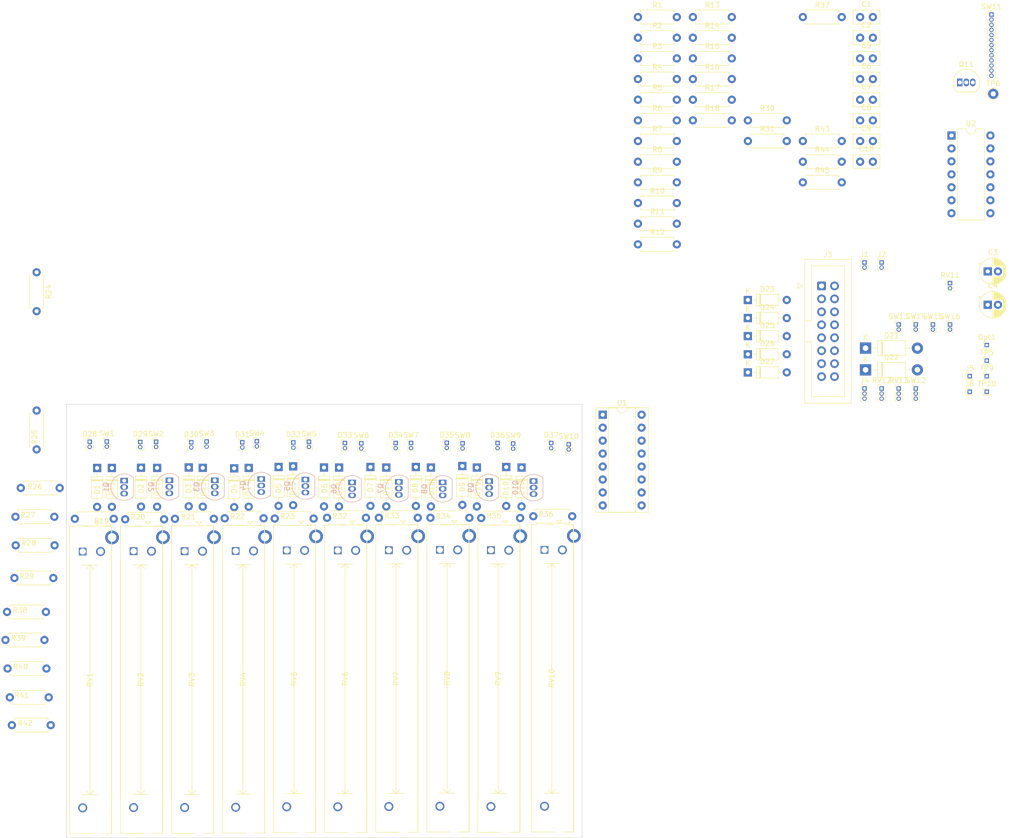
<source format=kicad_pcb>
(kicad_pcb (version 20221018) (generator pcbnew)

  (general
    (thickness 1.6)
  )

  (paper "A4")
  (title_block
    (title "Unseen Servant (Baby 10 Seq)")
  )

  (layers
    (0 "F.Cu" signal)
    (31 "B.Cu" signal)
    (32 "B.Adhes" user "B.Adhesive")
    (33 "F.Adhes" user "F.Adhesive")
    (34 "B.Paste" user)
    (35 "F.Paste" user)
    (36 "B.SilkS" user "B.Silkscreen")
    (37 "F.SilkS" user "F.Silkscreen")
    (38 "B.Mask" user)
    (39 "F.Mask" user)
    (40 "Dwgs.User" user "User.Drawings")
    (41 "Cmts.User" user "User.Comments")
    (42 "Eco1.User" user "User.Eco1")
    (43 "Eco2.User" user "User.Eco2")
    (44 "Edge.Cuts" user)
    (45 "Margin" user)
    (46 "B.CrtYd" user "B.Courtyard")
    (47 "F.CrtYd" user "F.Courtyard")
    (48 "B.Fab" user)
    (49 "F.Fab" user)
    (50 "User.1" user)
    (51 "User.2" user)
    (52 "User.3" user)
    (53 "User.4" user)
    (54 "User.5" user)
    (55 "User.6" user)
    (56 "User.7" user)
    (57 "User.8" user)
    (58 "User.9" user)
  )

  (setup
    (stackup
      (layer "F.SilkS" (type "Top Silk Screen"))
      (layer "F.Paste" (type "Top Solder Paste"))
      (layer "F.Mask" (type "Top Solder Mask") (thickness 0.01))
      (layer "F.Cu" (type "copper") (thickness 0.035))
      (layer "dielectric 1" (type "core") (thickness 1.51) (material "FR4") (epsilon_r 4.5) (loss_tangent 0.02))
      (layer "B.Cu" (type "copper") (thickness 0.035))
      (layer "B.Mask" (type "Bottom Solder Mask") (thickness 0.01))
      (layer "B.Paste" (type "Bottom Solder Paste"))
      (layer "B.SilkS" (type "Bottom Silk Screen"))
      (copper_finish "None")
      (dielectric_constraints no)
    )
    (pad_to_mask_clearance 0)
    (pcbplotparams
      (layerselection 0x00010fc_ffffffff)
      (plot_on_all_layers_selection 0x0000000_00000000)
      (disableapertmacros false)
      (usegerberextensions false)
      (usegerberattributes true)
      (usegerberadvancedattributes true)
      (creategerberjobfile true)
      (dashed_line_dash_ratio 12.000000)
      (dashed_line_gap_ratio 3.000000)
      (svgprecision 6)
      (plotframeref false)
      (viasonmask false)
      (mode 1)
      (useauxorigin false)
      (hpglpennumber 1)
      (hpglpenspeed 20)
      (hpglpendiameter 15.000000)
      (dxfpolygonmode true)
      (dxfimperialunits true)
      (dxfusepcbnewfont true)
      (psnegative false)
      (psa4output false)
      (plotreference true)
      (plotvalue true)
      (plotinvisibletext false)
      (sketchpadsonfab false)
      (subtractmaskfromsilk false)
      (outputformat 1)
      (mirror false)
      (drillshape 0)
      (scaleselection 1)
      (outputdirectory "./")
    )
  )

  (net 0 "")
  (net 1 "Net-(U2C--)")
  (net 2 "GND")
  (net 3 "Net-(C2-Pad1)")
  (net 4 "Net-(D24-A)")
  (net 5 "+12V")
  (net 6 "-12V")
  (net 7 "Net-(SW13-C)")
  (net 8 "Net-(D1-K)")
  (net 9 "Net-(D1-A)")
  (net 10 "Net-(D2-K)")
  (net 11 "Net-(D2-A)")
  (net 12 "Net-(D3-K)")
  (net 13 "Net-(D3-A)")
  (net 14 "Net-(D4-K)")
  (net 15 "Net-(D4-A)")
  (net 16 "Net-(D5-K)")
  (net 17 "Net-(D5-A)")
  (net 18 "Net-(D6-K)")
  (net 19 "Net-(D6-A)")
  (net 20 "Net-(D7-K)")
  (net 21 "Net-(D7-A)")
  (net 22 "Net-(D8-K)")
  (net 23 "Net-(D8-A)")
  (net 24 "Net-(D9-K)")
  (net 25 "Net-(D9-A)")
  (net 26 "Net-(D10-K)")
  (net 27 "Net-(D10-A)")
  (net 28 "Net-(D11-K)")
  (net 29 "Net-(D11-A)")
  (net 30 "Net-(D12-A)")
  (net 31 "Net-(D13-A)")
  (net 32 "Net-(D14-A)")
  (net 33 "Net-(D15-A)")
  (net 34 "Net-(D16-A)")
  (net 35 "Net-(D17-A)")
  (net 36 "Net-(D18-A)")
  (net 37 "Net-(D19-A)")
  (net 38 "Net-(D20-A)")
  (net 39 "Net-(D21-K)")
  (net 40 "Net-(J4-PadTN)")
  (net 41 "Net-(D21-A)")
  (net 42 "Net-(D22-K)")
  (net 43 "Net-(D22-A)")
  (net 44 "Net-(D23-K)")
  (net 45 "Net-(D23-A)")
  (net 46 "Net-(D24-K)")
  (net 47 "Net-(D25-K)")
  (net 48 "Net-(D25-A)")
  (net 49 "Net-(D26-A)")
  (net 50 "Net-(D27-K)")
  (net 51 "Net-(D27-A)")
  (net 52 "Net-(D28-K)")
  (net 53 "Net-(R2-Pad1)")
  (net 54 "Net-(D29-K)")
  (net 55 "Net-(J4-PadT)")
  (net 56 "Net-(J2-PadTN)")
  (net 57 "Net-(D30-K)")
  (net 58 "Net-(D31-K)")
  (net 59 "Net-(D32-K)")
  (net 60 "Net-(R30-Pad1)")
  (net 61 "Net-(D33-K)")
  (net 62 "Net-(R31-Pad1)")
  (net 63 "Net-(D34-K)")
  (net 64 "unconnected-(RV12-Pad3)")
  (net 65 "unconnected-(RV13-Pad3)")
  (net 66 "unconnected-(SW11-Pad11)")
  (net 67 "unconnected-(SW11-Pad12)")
  (net 68 "Net-(D35-K)")
  (net 69 "Net-(D36-K)")
  (net 70 "Net-(D37-K)")
  (net 71 "unconnected-(J3-Pin_11-Pad11)")
  (net 72 "unconnected-(J3-Pin_12-Pad12)")
  (net 73 "unconnected-(J3-Pin_13-Pad13)")
  (net 74 "unconnected-(J3-Pin_14-Pad14)")
  (net 75 "Net-(J3-Pin_15)")
  (net 76 "Net-(Q1-B)")
  (net 77 "Net-(R3-Pad1)")
  (net 78 "Net-(Q1-C)")
  (net 79 "Net-(Q2-B)")
  (net 80 "Net-(Q2-C)")
  (net 81 "Net-(Q3-B)")
  (net 82 "Net-(Q3-C)")
  (net 83 "Net-(Q4-B)")
  (net 84 "Net-(Q4-C)")
  (net 85 "Net-(Q5-B)")
  (net 86 "Net-(Q5-C)")
  (net 87 "Net-(Q6-B)")
  (net 88 "Net-(J5-PadT)")
  (net 89 "Net-(J6-PadT)")
  (net 90 "Net-(Q6-C)")
  (net 91 "Net-(Q7-B)")
  (net 92 "Net-(Q7-C)")
  (net 93 "Net-(Q8-B)")
  (net 94 "Net-(Q8-C)")
  (net 95 "Net-(Q9-B)")
  (net 96 "Net-(Q9-C)")
  (net 97 "Net-(Q10-B)")
  (net 98 "Net-(Q10-C)")
  (net 99 "Net-(Q11-E)")
  (net 100 "Net-(U2C-+)")
  (net 101 "Net-(U2A--)")
  (net 102 "Net-(U2B--)")
  (net 103 "Net-(SW1-B)")
  (net 104 "Net-(SW12-B)")
  (net 105 "Net-(SW12-A)")
  (net 106 "Net-(SW12-C)")
  (net 107 "Net-(U2D--)")
  (net 108 "Net-(SW13-B)")
  (net 109 "Net-(SW15-B)")
  (net 110 "unconnected-(U1-Cout-Pad12)")
  (net 111 "unconnected-(SW13-A-Pad1)")

  (footprint "Connector_PinHeader_1.00mm:PinHeader_1x02_P1.00mm_Vertical" (layer "F.Cu") (at 82 111.55))

  (footprint "Connector_PinHeader_1.00mm:PinHeader_1x02_P1.00mm_Vertical" (layer "F.Cu") (at 35.35 111.25))

  (footprint "Resistor_THT:R_Axial_DIN0207_L6.3mm_D2.5mm_P7.62mm_Horizontal" (layer "F.Cu") (at 139.4 56.4))

  (footprint "Connector_PinHeader_1.00mm:PinHeader_1x03_P1.00mm_Vertical" (layer "F.Cu") (at 187.14 100.85))

  (footprint "Connector_PinHeader_1.00mm:PinHeader_1x02_P1.00mm_Vertical" (layer "F.Cu") (at 114.95 111.65))

  (footprint "SynthMages:SLIDE_POT_0547" (layer "F.Cu") (at 66.35 127.7 -90))

  (footprint "Diode_THT:D_DO-35_SOD27_P7.62mm_Horizontal" (layer "F.Cu") (at 60.3 116.5 -90))

  (footprint "Capacitor_THT:CP_Radial_D5.0mm_P2.00mm" (layer "F.Cu") (at 207.929775 77.9))

  (footprint "Resistor_THT:R_Axial_DIN0207_L6.3mm_D2.5mm_P7.62mm_Horizontal" (layer "F.Cu") (at 139.4 28.05))

  (footprint "SynthMages:SLIDE_POT_0547" (layer "F.Cu") (at 36.376813 127.808626 -90))

  (footprint "Diode_THT:D_DO-35_SOD27_P7.62mm_Horizontal" (layer "F.Cu") (at 95.9 116.26 -90))

  (footprint "Connector_PinHeader_1.00mm:PinHeader_1x02_P1.00mm_Vertical" (layer "F.Cu") (at 45 111.3))

  (footprint "Resistor_THT:R_Axial_DIN0207_L6.3mm_D2.5mm_P7.62mm_Horizontal" (layer "F.Cu") (at 150.17 48.3))

  (footprint "Package_DIP:DIP-14_W7.62mm" (layer "F.Cu") (at 200.83 51.26))

  (footprint "Diode_THT:D_DO-35_SOD27_P7.62mm_Horizontal" (layer "F.Cu") (at 160.94 83.5))

  (footprint "Resistor_THT:R_Axial_DIN0207_L6.3mm_D2.5mm_P7.62mm_Horizontal" (layer "F.Cu") (at 17.5 131.6))

  (footprint "Diode_THT:D_DO-35_SOD27_P7.62mm_Horizontal" (layer "F.Cu") (at 69 116.25 -90))

  (footprint "Connector_PinHeader_1.00mm:PinHeader_1x02_P1.00mm_Vertical" (layer "F.Cu") (at 61.9 111.4))

  (footprint "Resistor_THT:R_Axial_DIN0207_L6.3mm_D2.5mm_P7.62mm_Horizontal" (layer "F.Cu") (at 150.17 28.05))

  (footprint "Resistor_THT:R_Axial_DIN0207_L6.3mm_D2.5mm_P7.62mm_Horizontal" (layer "F.Cu") (at 98.75 126.2))

  (footprint "Resistor_THT:R_Axial_DIN0207_L6.3mm_D2.5mm_P7.62mm_Horizontal" (layer "F.Cu") (at 21.6 112.8 90))

  (footprint "TestPoint:TestPoint_THTPad_D2.0mm_Drill1.0mm" (layer "F.Cu") (at 209.01 43.1))

  (footprint "Connector_PinHeader_1.00mm:PinHeader_1x02_P1.00mm_Vertical" (layer "F.Cu") (at 111.9 111.55))

  (footprint "Resistor_THT:R_Axial_DIN0207_L6.3mm_D2.5mm_P7.62mm_Horizontal" (layer "F.Cu") (at 139.4 32.1))

  (footprint "Resistor_THT:R_Axial_DIN0207_L6.3mm_D2.5mm_P7.62mm_Horizontal" (layer "F.Cu") (at 18.5 120.35))

  (footprint "Connector_PinHeader_1.00mm:PinHeader_1x01_P1.00mm_Vertical" (layer "F.Cu") (at 204.4 98.45))

  (footprint "Connector_PinHeader_1.00mm:PinHeader_1x02_P1.00mm_Vertical" (layer "F.Cu") (at 200.54 80.2))

  (footprint "Resistor_THT:R_Axial_DIN0207_L6.3mm_D2.5mm_P7.62mm_Horizontal" (layer "F.Cu") (at 171.71 28.05))

  (footprint "Resistor_THT:R_Axial_DIN0207_L6.3mm_D2.5mm_P7.62mm_Horizontal" (layer "F.Cu") (at 78.5 126.2))

  (footprint "Capacitor_THT:C_Disc_D5.0mm_W2.5mm_P2.50mm" (layer "F.Cu") (at 182.93 32.1))

  (footprint "Diode_THT:D_DO-35_SOD27_P7.62mm_Horizontal" (layer "F.Cu") (at 160.94 87.05))

  (footprint "SynthMages:SLIDE_POT_0547" (layer "F.Cu") (at 86.35 127.6 -90))

  (footprint "Diode_THT:D_DO-35_SOD27_P7.62mm_Horizontal" (layer "F.Cu") (at 160.94 94.15))

  (footprint "Package_TO_SOT_THT:TO-92_Inline" (layer "F.Cu") (at 202.46 40.86))

  (footprint "Connector_PinHeader_1.00mm:PinHeader_1x02_P1.00mm_Vertical" (layer "F.Cu") (at 71.9 111.45))

  (footprint "SynthMages:SLIDE_POT_0547" (layer "F.Cu") (at 46.35 127.75 -90))

  (footprint "Connector_PinHeader_1.00mm:PinHeader_1x02_P1.00mm_Vertical" (layer "F.Cu") (at 190.49 88.3))

  (footprint "Resistor_THT:R_Axial_DIN0207_L6.3mm_D2.5mm_P7.62mm_Horizontal" (layer "F.Cu")
    (tstamp 59d7e28c-fea4-4a6c-833d-2fc31d197191)
    (at 150.17 32.1)
    (descr "Resistor, Axial_DIN0207 series, Axial, Horizontal, pin pitch=7.62mm, 0.25W = 1/4W, length*diameter=6.3*2.5mm^2, http://cdn-reichelt.de/documents/datenblatt/B400/1_4W%23YAG.pdf")
    (tags "Resistor Axial_DIN0207 series Axial Horizontal pin pitch 7.62mm 0.25W = 1/4W length 6.3mm diameter 2.5mm")
    (property "Sheetfile" "Unseen Servant.kicad_sch")
    (property "Sheetname" "")
    (property "ki_description" "Resistor, US symbol")
    (property "ki_keywords" "R res resistor")
    (path "/506410a1-3616-4263-ab8e-c4ab0bcc84fc")
    (attr through_hole)
    (fp_text reference "R14" (at 3.81 -2.37) (layer "F.SilkS")
        (effects (font (size 1 1) (thickness 0.15)))
      (tstamp bf680212-7024-48fe-bac3-43c6ced03219)
    )
    (fp_text value "100k" (at 3.81 2.37) (layer "F.Fab")
        (effects (font (size 1 1) (thickness 0.15)))
      (tstamp d88a3d5e-496a-437d-a535-a60e1861e827)
    )
    (fp_text user "${REFERENCE}" (at 3.81 0) (layer "F.Fab")
        (effects (font (size 1 1) (thickness 0.15)))
      (tstamp 29c9d4f4-e6df-4125-9da8-ab2fcfa2dd6e)
    )
    (fp_line (start 0.54 -1.37) (end 7.08 -1.37)
      (stroke (width 0.12) (type solid)) (layer "F.SilkS") (tstamp 0d4d36ac-98e1-4d0c-b170-1428aba925c1))
    (fp_line (start 0.54 -1.04) (end 0.54 -1.37)
      (stroke (width 0.12) (type solid)) (layer "F.SilkS") (tstamp a28f3885-4b7b-475c-a81b-2326421ee19f))
    (fp_line (start 0.54 1.04) (end 0.54 1.37)
      (stroke (width 0.12) (type solid)) (layer "F.SilkS") (tstamp cf0412a8-114b-4a28-93d8-01178b48b4ee))
    (f
... [513937 chars truncated]
</source>
